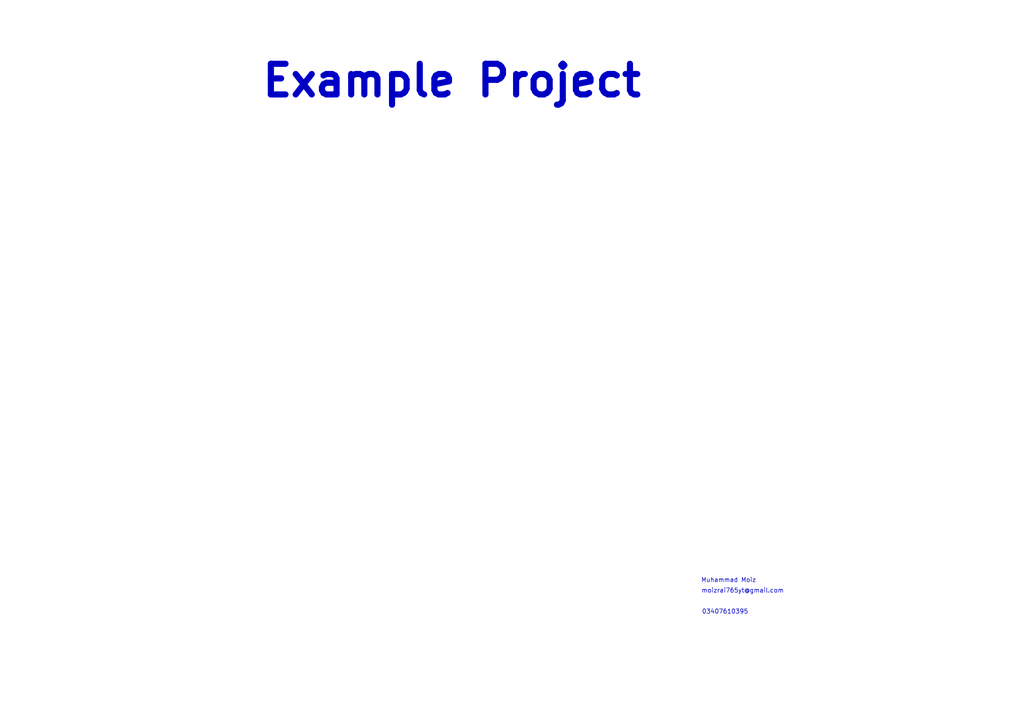
<source format=kicad_sch>
(kicad_sch
	(version 20231120)
	(generator "eeschema")
	(generator_version "8.0")
	(uuid "e63e39d7-6ac0-4ffd-8aa3-1841a4541b55")
	(paper "A4")
	(title_block
		(title "Example Project")
		(date "2025-01-29")
		(rev "rev01")
		(company "coVenture")
	)
	(lib_symbols)
	(text "Muhammad Moiz\n"
		(exclude_from_sim no)
		(at 211.328 168.402 0)
		(effects
			(font
				(size 1.27 1.27)
			)
		)
		(uuid "26daaf6d-e6b0-4cd7-8cb0-046963eb4f4d")
	)
	(text "moizrai765yt@gmail.com\n"
		(exclude_from_sim no)
		(at 215.392 171.45 0)
		(effects
			(font
				(size 1.27 1.27)
			)
		)
		(uuid "42c038f8-f2ce-474b-b44a-26bca8e7a6ac")
	)
	(text "${TITLE}"
		(exclude_from_sim no)
		(at 131.064 23.622 0)
		(effects
			(font
				(size 8.89 8.89)
				(thickness 1.778)
				(bold yes)
			)
		)
		(uuid "771830fc-f4ac-4ecf-93ff-a9b6186b0fcf")
	)
	(text "03407610395\n"
		(exclude_from_sim no)
		(at 210.312 177.546 0)
		(effects
			(font
				(size 1.27 1.27)
			)
		)
		(uuid "bfae0847-1e56-4f0e-a31a-5f8ee1dfec13")
	)
	(sheet_instances
		(path "/"
			(page "1")
		)
	)
)

</source>
